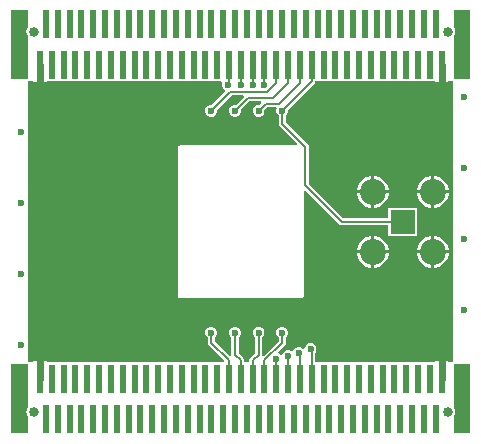
<source format=gbl>
G04*
G04 #@! TF.GenerationSoftware,Altium Limited,Altium Designer,24.6.1 (21)*
G04*
G04 Layer_Physical_Order=4*
G04 Layer_Color=16711680*
%FSLAX44Y44*%
%MOMM*%
G71*
G04*
G04 #@! TF.SameCoordinates,A60324F7-5EA5-4536-B251-014C174E4282*
G04*
G04*
G04 #@! TF.FilePolarity,Positive*
G04*
G01*
G75*
%ADD11C,0.2000*%
%ADD27C,0.6000*%
%ADD28C,2.2000*%
%ADD29R,2.0000X2.0000*%
%ADD30C,0.8400*%
%ADD31R,0.6100X2.4100*%
%ADD32R,0.8900X5.8500*%
%ADD33C,0.6100*%
G36*
X-194200Y-179250D02*
X-180200D01*
Y-164900D01*
X-180290Y-164780D01*
X-180380Y-164670D01*
X-180460Y-164560D01*
X-180540Y-164440D01*
X-180620Y-164320D01*
X-180690Y-164200D01*
X-180760Y-164080D01*
X-180830Y-163960D01*
X-180890Y-163830D01*
X-180960Y-163710D01*
X-181010Y-163580D01*
X-181070Y-163450D01*
X-181120Y-163320D01*
X-181170Y-163190D01*
X-181220Y-163060D01*
X-181270Y-162930D01*
X-181310Y-162790D01*
X-181350Y-162660D01*
X-181380Y-162520D01*
X-181410Y-162380D01*
X-181440Y-162250D01*
X-181470Y-162110D01*
X-181490Y-161970D01*
X-181510Y-161830D01*
X-181520Y-161690D01*
X-181530Y-161550D01*
X-181540Y-161410D01*
X-181550Y-161270D01*
Y-161130D01*
Y-161100D01*
Y-161000D01*
Y-160870D01*
Y-160730D01*
X-181540Y-160590D01*
X-181530Y-160450D01*
X-181520Y-160310D01*
X-181510Y-160170D01*
X-181490Y-160030D01*
X-181470Y-159890D01*
X-181440Y-159750D01*
X-181410Y-159620D01*
X-181380Y-159480D01*
X-181350Y-159340D01*
X-181310Y-159210D01*
X-181270Y-159070D01*
X-181220Y-158940D01*
X-181170Y-158810D01*
X-181120Y-158680D01*
X-181070Y-158550D01*
X-181010Y-158420D01*
X-180960Y-158290D01*
X-180890Y-158170D01*
X-180830Y-158040D01*
X-180760Y-157920D01*
X-180690Y-157800D01*
X-180620Y-157680D01*
X-180540Y-157560D01*
X-180460Y-157440D01*
X-180380Y-157330D01*
X-180290Y-157220D01*
X-180200Y-157100D01*
Y-120750D01*
X-194200D01*
Y-179250D01*
D02*
G37*
G36*
X-180200Y157100D02*
X-180290Y157220D01*
X-180380Y157330D01*
X-180460Y157440D01*
X-180540Y157560D01*
X-180620Y157680D01*
X-180690Y157800D01*
X-180760Y157920D01*
X-180830Y158040D01*
X-180890Y158170D01*
X-180960Y158290D01*
X-181010Y158420D01*
X-181070Y158550D01*
X-181120Y158680D01*
X-181170Y158810D01*
X-181220Y158940D01*
X-181270Y159070D01*
X-181310Y159210D01*
X-181350Y159340D01*
X-181380Y159480D01*
X-181410Y159620D01*
X-181440Y159750D01*
X-181470Y159890D01*
X-181490Y160030D01*
X-181510Y160170D01*
X-181520Y160310D01*
X-181530Y160450D01*
X-181540Y160590D01*
X-181550Y160730D01*
Y160870D01*
Y161000D01*
Y161130D01*
Y161270D01*
X-181540Y161410D01*
X-181530Y161550D01*
X-181520Y161690D01*
X-181510Y161830D01*
X-181490Y161970D01*
X-181470Y162110D01*
X-181440Y162250D01*
X-181410Y162380D01*
X-181380Y162520D01*
X-181350Y162660D01*
X-181310Y162790D01*
X-181270Y162930D01*
X-181220Y163060D01*
X-181170Y163190D01*
X-181120Y163320D01*
X-181070Y163450D01*
X-181010Y163580D01*
X-180960Y163710D01*
X-180890Y163830D01*
X-180830Y163960D01*
X-180760Y164080D01*
X-180690Y164200D01*
X-180620Y164320D01*
X-180540Y164440D01*
X-180460Y164560D01*
X-180380Y164670D01*
X-180290Y164780D01*
X-180200Y164900D01*
Y179250D01*
X-194200D01*
Y120750D01*
X-180200D01*
Y157100D01*
D02*
G37*
G36*
X179420Y118866D02*
X179903Y118770D01*
Y-118770D01*
X179420Y-118866D01*
X179219Y-119000D01*
X175590D01*
Y-118210D01*
X164410D01*
Y-118750D01*
X63059D01*
Y-111012D01*
X63239Y-110832D01*
X64000Y-108995D01*
Y-107006D01*
X63239Y-105168D01*
X61832Y-103761D01*
X59995Y-103000D01*
X58005D01*
X56168Y-103761D01*
X54761Y-105168D01*
X54000Y-107006D01*
Y-107133D01*
X52730Y-107659D01*
X51832Y-106761D01*
X49995Y-106000D01*
X48005D01*
X46168Y-106761D01*
X44761Y-108168D01*
X44256Y-109388D01*
X42833Y-109761D01*
X42831Y-109761D01*
X40995Y-109000D01*
X39005D01*
X37168Y-109761D01*
X35761Y-111168D01*
X35221Y-112472D01*
X33827Y-112756D01*
X32832Y-111761D01*
X32145Y-111477D01*
X31847Y-109979D01*
X37163Y-104663D01*
X37163Y-104663D01*
X37826Y-103671D01*
X38059Y-102500D01*
Y-98012D01*
X39239Y-96832D01*
X40000Y-94995D01*
Y-93005D01*
X39239Y-91168D01*
X37832Y-89761D01*
X35995Y-89000D01*
X34005D01*
X32168Y-89761D01*
X30761Y-91168D01*
X30000Y-93005D01*
Y-94995D01*
X30761Y-96832D01*
X31941Y-98012D01*
Y-101233D01*
X19371Y-113804D01*
X19102Y-113764D01*
X18059Y-112500D01*
X18059Y-112500D01*
Y-98012D01*
X19239Y-96832D01*
X20000Y-94995D01*
Y-93005D01*
X19239Y-91168D01*
X17832Y-89761D01*
X15995Y-89000D01*
X14005D01*
X12168Y-89761D01*
X10761Y-91168D01*
X10000Y-93005D01*
Y-94995D01*
X10761Y-96832D01*
X11941Y-98012D01*
Y-111233D01*
X7837Y-115337D01*
X7174Y-116329D01*
X6941Y-117500D01*
X6941Y-117500D01*
Y-118750D01*
X3059D01*
Y-117500D01*
X3059Y-117500D01*
X2826Y-116329D01*
X2163Y-115337D01*
X-1941Y-111233D01*
Y-98012D01*
X-761Y-96832D01*
X0Y-94995D01*
Y-93005D01*
X-761Y-91168D01*
X-2168Y-89761D01*
X-4005Y-89000D01*
X-5995D01*
X-7832Y-89761D01*
X-9239Y-91168D01*
X-10000Y-93005D01*
Y-94995D01*
X-9239Y-96832D01*
X-8059Y-98012D01*
Y-112500D01*
X-8059Y-112500D01*
X-9102Y-113764D01*
X-9370Y-113804D01*
X-21941Y-101233D01*
Y-98012D01*
X-20761Y-96832D01*
X-20000Y-94995D01*
Y-93005D01*
X-20761Y-91168D01*
X-22168Y-89761D01*
X-24005Y-89000D01*
X-25995D01*
X-27832Y-89761D01*
X-29239Y-91168D01*
X-30000Y-93005D01*
Y-94995D01*
X-29239Y-96832D01*
X-28059Y-98012D01*
Y-102500D01*
X-28059Y-102500D01*
X-27826Y-103671D01*
X-27163Y-104663D01*
X-14249Y-117577D01*
X-14735Y-118750D01*
X-164410D01*
Y-118210D01*
X-175590D01*
Y-119000D01*
X-179219D01*
X-179420Y-118866D01*
X-179903Y-118770D01*
Y118770D01*
X-179420Y118866D01*
X-179219Y119000D01*
X-175590D01*
Y118210D01*
X-164410D01*
Y118750D01*
X-16416D01*
X-15710Y117694D01*
X-16000Y116995D01*
Y115005D01*
X-15239Y113168D01*
X-13832Y111761D01*
X-13285Y111534D01*
X-13037Y110289D01*
X-24326Y99000D01*
X-25995D01*
X-27832Y98239D01*
X-29239Y96832D01*
X-30000Y94995D01*
Y93005D01*
X-29239Y91168D01*
X-27832Y89761D01*
X-25995Y89000D01*
X-24005D01*
X-22168Y89761D01*
X-20761Y91168D01*
X-20000Y93005D01*
Y94674D01*
X-7733Y106941D01*
X1956D01*
X2442Y105768D01*
X-4326Y99000D01*
X-5995D01*
X-7832Y98239D01*
X-9239Y96832D01*
X-10000Y94995D01*
Y93005D01*
X-9239Y91168D01*
X-7832Y89761D01*
X-5995Y89000D01*
X-4005D01*
X-2168Y89761D01*
X-761Y91168D01*
X0Y93005D01*
Y94674D01*
X7267Y101941D01*
X16956D01*
X17442Y100768D01*
X15674Y99000D01*
X14005D01*
X12168Y98239D01*
X10761Y96832D01*
X10000Y94995D01*
Y93005D01*
X10761Y91168D01*
X12168Y89761D01*
X14005Y89000D01*
X15995D01*
X17832Y89761D01*
X19239Y91168D01*
X20000Y93005D01*
Y94674D01*
X22267Y96941D01*
X29432D01*
X30280Y95671D01*
X30000Y94995D01*
Y93005D01*
X30761Y91168D01*
X31941Y89988D01*
Y83006D01*
X31941Y83006D01*
X32174Y81836D01*
X32837Y80843D01*
X47917Y65763D01*
X47431Y64590D01*
X-51000D01*
X-51991Y64393D01*
X-52831Y63831D01*
X-53393Y62991D01*
X-53590Y62000D01*
Y-62000D01*
X-53393Y-62991D01*
X-52831Y-63831D01*
X-51991Y-64393D01*
X-51000Y-64590D01*
X51000D01*
X51991Y-64393D01*
X52831Y-63831D01*
X53393Y-62991D01*
X53590Y-62000D01*
Y25687D01*
X54763Y26173D01*
X83099Y-2163D01*
X84091Y-2826D01*
X85262Y-3059D01*
X85262Y-3059D01*
X125000D01*
Y-12000D01*
X149000D01*
Y12000D01*
X125000D01*
Y3059D01*
X86529D01*
X57599Y31989D01*
Y63466D01*
X57599Y63466D01*
X57366Y64637D01*
X56703Y65629D01*
X56703Y65629D01*
X38059Y84273D01*
Y89988D01*
X39239Y91168D01*
X40000Y93005D01*
Y94674D01*
X62084Y116759D01*
X62748Y117751D01*
X62946Y118750D01*
X164410D01*
Y118210D01*
X175590D01*
Y119000D01*
X179219D01*
X179420Y118866D01*
D02*
G37*
G36*
X194200Y179250D02*
X180200D01*
Y164900D01*
X180290Y164780D01*
X180380Y164670D01*
X180460Y164560D01*
X180540Y164440D01*
X180620Y164320D01*
X180690Y164200D01*
X180760Y164080D01*
X180830Y163960D01*
X180890Y163830D01*
X180960Y163710D01*
X181010Y163580D01*
X181070Y163450D01*
X181120Y163320D01*
X181170Y163190D01*
X181220Y163060D01*
X181270Y162930D01*
X181310Y162790D01*
X181350Y162660D01*
X181380Y162520D01*
X181410Y162380D01*
X181440Y162250D01*
X181470Y162110D01*
X181490Y161970D01*
X181510Y161830D01*
X181520Y161690D01*
X181530Y161550D01*
X181540Y161410D01*
X181550Y161270D01*
Y161130D01*
Y161100D01*
Y161000D01*
Y160870D01*
Y160730D01*
X181540Y160590D01*
X181530Y160450D01*
X181520Y160310D01*
X181510Y160170D01*
X181490Y160030D01*
X181470Y159890D01*
X181440Y159750D01*
X181410Y159620D01*
X181380Y159480D01*
X181350Y159340D01*
X181310Y159210D01*
X181270Y159070D01*
X181220Y158940D01*
X181170Y158810D01*
X181120Y158680D01*
X181070Y158550D01*
X181010Y158420D01*
X180960Y158290D01*
X180890Y158170D01*
X180830Y158040D01*
X180760Y157920D01*
X180690Y157800D01*
X180620Y157680D01*
X180540Y157560D01*
X180460Y157440D01*
X180380Y157330D01*
X180290Y157220D01*
X180200Y157100D01*
Y120750D01*
X194200D01*
Y179250D01*
D02*
G37*
G36*
X180200Y-157100D02*
X180290Y-157220D01*
X180380Y-157330D01*
X180460Y-157440D01*
X180540Y-157560D01*
X180620Y-157680D01*
X180690Y-157800D01*
X180760Y-157920D01*
X180830Y-158040D01*
X180890Y-158170D01*
X180960Y-158290D01*
X181010Y-158420D01*
X181070Y-158550D01*
X181120Y-158680D01*
X181170Y-158810D01*
X181220Y-158940D01*
X181270Y-159070D01*
X181310Y-159210D01*
X181350Y-159340D01*
X181380Y-159480D01*
X181410Y-159620D01*
X181440Y-159750D01*
X181470Y-159890D01*
X181490Y-160030D01*
X181510Y-160170D01*
X181520Y-160310D01*
X181530Y-160450D01*
X181540Y-160590D01*
X181550Y-160730D01*
Y-160870D01*
Y-161000D01*
Y-161130D01*
Y-161270D01*
X181540Y-161410D01*
X181530Y-161550D01*
X181520Y-161690D01*
X181510Y-161830D01*
X181490Y-161970D01*
X181470Y-162110D01*
X181440Y-162250D01*
X181410Y-162380D01*
X181380Y-162520D01*
X181350Y-162660D01*
X181310Y-162790D01*
X181270Y-162930D01*
X181220Y-163060D01*
X181170Y-163190D01*
X181120Y-163320D01*
X181070Y-163450D01*
X181010Y-163580D01*
X180960Y-163710D01*
X180890Y-163830D01*
X180830Y-163960D01*
X180760Y-164080D01*
X180690Y-164200D01*
X180620Y-164320D01*
X180540Y-164440D01*
X180460Y-164560D01*
X180380Y-164670D01*
X180290Y-164780D01*
X180200Y-164900D01*
Y-179250D01*
X194200D01*
Y-120750D01*
X180200D01*
Y-157100D01*
D02*
G37*
%LPC*%
G36*
X164183Y38940D02*
X163670D01*
Y26670D01*
X175940D01*
Y27183D01*
X175017Y30626D01*
X173235Y33714D01*
X170714Y36235D01*
X167626Y38017D01*
X164183Y38940D01*
D02*
G37*
G36*
X161130D02*
X160617D01*
X157174Y38017D01*
X154086Y36235D01*
X151565Y33714D01*
X149783Y30626D01*
X148860Y27183D01*
Y26670D01*
X161130D01*
Y38940D01*
D02*
G37*
G36*
X113383D02*
X112870D01*
Y26670D01*
X125140D01*
Y27183D01*
X124217Y30626D01*
X122435Y33714D01*
X119914Y36235D01*
X116826Y38017D01*
X113383Y38940D01*
D02*
G37*
G36*
X110330D02*
X109817D01*
X106374Y38017D01*
X103286Y36235D01*
X100765Y33714D01*
X98983Y30626D01*
X98060Y27183D01*
Y26670D01*
X110330D01*
Y38940D01*
D02*
G37*
G36*
X175940Y24130D02*
X163670D01*
Y11860D01*
X164183D01*
X167626Y12783D01*
X170714Y14565D01*
X173235Y17086D01*
X175017Y20174D01*
X175940Y23617D01*
Y24130D01*
D02*
G37*
G36*
X161130D02*
X148860D01*
Y23617D01*
X149783Y20174D01*
X151565Y17086D01*
X154086Y14565D01*
X157174Y12783D01*
X160617Y11860D01*
X161130D01*
Y24130D01*
D02*
G37*
G36*
X125140D02*
X112870D01*
Y11860D01*
X113383D01*
X116826Y12783D01*
X119914Y14565D01*
X122435Y17086D01*
X124217Y20174D01*
X125140Y23617D01*
Y24130D01*
D02*
G37*
G36*
X110330D02*
X98060D01*
Y23617D01*
X98983Y20174D01*
X100765Y17086D01*
X103286Y14565D01*
X106374Y12783D01*
X109817Y11860D01*
X110330D01*
Y24130D01*
D02*
G37*
G36*
X164183Y-11860D02*
X163670D01*
Y-24130D01*
X175940D01*
Y-23617D01*
X175017Y-20174D01*
X173235Y-17086D01*
X170714Y-14565D01*
X167626Y-12783D01*
X164183Y-11860D01*
D02*
G37*
G36*
X161130D02*
X160617D01*
X157174Y-12783D01*
X154086Y-14565D01*
X151565Y-17086D01*
X149783Y-20174D01*
X148860Y-23617D01*
Y-24130D01*
X161130D01*
Y-11860D01*
D02*
G37*
G36*
X113383D02*
X112870D01*
Y-24130D01*
X125140D01*
Y-23617D01*
X124217Y-20174D01*
X122435Y-17086D01*
X119914Y-14565D01*
X116826Y-12783D01*
X113383Y-11860D01*
D02*
G37*
G36*
X110330D02*
X109817D01*
X106374Y-12783D01*
X103286Y-14565D01*
X100765Y-17086D01*
X98983Y-20174D01*
X98060Y-23617D01*
Y-24130D01*
X110330D01*
Y-11860D01*
D02*
G37*
G36*
X175940Y-26670D02*
X163670D01*
Y-38940D01*
X164183D01*
X167626Y-38017D01*
X170714Y-36235D01*
X173235Y-33714D01*
X175017Y-30626D01*
X175940Y-27183D01*
Y-26670D01*
D02*
G37*
G36*
X161130D02*
X148860D01*
Y-27183D01*
X149783Y-30626D01*
X151565Y-33714D01*
X154086Y-36235D01*
X157174Y-38017D01*
X160617Y-38940D01*
X161130D01*
Y-26670D01*
D02*
G37*
G36*
X125140D02*
X112870D01*
Y-38940D01*
X113383D01*
X116826Y-38017D01*
X119914Y-36235D01*
X122435Y-33714D01*
X124217Y-30626D01*
X125140Y-27183D01*
Y-26670D01*
D02*
G37*
G36*
X110330D02*
X98060D01*
Y-27183D01*
X98983Y-30626D01*
X100765Y-33714D01*
X103286Y-36235D01*
X106374Y-38017D01*
X109817Y-38940D01*
X110330D01*
Y-26670D01*
D02*
G37*
%LPD*%
D11*
X59000Y-108812D02*
X60000Y-109812D01*
X59000Y-108812D02*
Y-108000D01*
X60000Y-132800D02*
Y-109812D01*
X49000Y-111812D02*
Y-111000D01*
X50000Y-132800D02*
Y-112812D01*
X49000Y-111812D02*
X50000Y-112812D01*
X40000Y-132800D02*
Y-114000D01*
X30000Y-132800D02*
Y-116000D01*
X-25000Y-102500D02*
Y-94000D01*
X-5000Y-112500D02*
Y-94000D01*
X15000Y-112500D02*
Y-94000D01*
X35000Y-102500D02*
Y-94000D01*
X-10000Y117812D02*
Y132800D01*
X-11000Y116812D02*
X-10000Y117812D01*
X-11000Y116000D02*
Y116812D01*
X0Y116000D02*
Y132800D01*
X10000Y116000D02*
Y132800D01*
X20000Y116000D02*
Y132800D01*
X-9000Y110000D02*
X22500D01*
X-25000Y94000D02*
X-9000Y110000D01*
X6000Y105000D02*
X27500D01*
X-5000Y94000D02*
X6000Y105000D01*
X59922Y132722D02*
X60000Y132800D01*
X59922Y118922D02*
Y132722D01*
X35000Y94000D02*
X59922Y118922D01*
X15000Y94000D02*
X21000Y100000D01*
X32500D01*
X35000Y83006D02*
X54540Y63466D01*
Y30722D02*
X85262Y0D01*
X137000D01*
X54540Y30722D02*
Y63466D01*
X35000Y83006D02*
Y94000D01*
X30000Y117500D02*
Y132800D01*
X22500Y110000D02*
X30000Y117500D01*
X40000D02*
Y132800D01*
X27500Y105000D02*
X40000Y117500D01*
X50000D02*
Y132800D01*
X32500Y100000D02*
X50000Y117500D01*
X20000Y-117500D02*
X35000Y-102500D01*
X20000Y-132800D02*
Y-117500D01*
X10000D02*
X15000Y-112500D01*
X10000Y-132800D02*
Y-117500D01*
X-5000Y-112500D02*
X0Y-117500D01*
Y-132800D02*
Y-117500D01*
X-25000Y-102500D02*
X-10000Y-117500D01*
Y-132800D02*
Y-117500D01*
D27*
X189143Y105541D02*
D03*
X174143Y75542D02*
D03*
X189143Y45542D02*
D03*
Y-14459D02*
D03*
X174143Y-44458D02*
D03*
X189143Y-74458D02*
D03*
X159143Y105541D02*
D03*
X144143Y75542D02*
D03*
X159143Y45542D02*
D03*
X144143Y15541D02*
D03*
Y-44458D02*
D03*
X159143Y-74458D02*
D03*
X129143Y105541D02*
D03*
X114143Y75542D02*
D03*
X129143Y45542D02*
D03*
X114143Y-44458D02*
D03*
Y-104458D02*
D03*
X99143Y105541D02*
D03*
X84143Y75542D02*
D03*
X99143Y45542D02*
D03*
X84143Y15541D02*
D03*
X99143Y-14459D02*
D03*
X84143Y-44458D02*
D03*
X99143Y-74458D02*
D03*
X84143Y-104458D02*
D03*
X69143Y105541D02*
D03*
X54143Y75542D02*
D03*
X69143Y45542D02*
D03*
Y-14459D02*
D03*
Y-74458D02*
D03*
X-50857Y105541D02*
D03*
X-65857Y75542D02*
D03*
Y15541D02*
D03*
X-50857Y-74458D02*
D03*
X-65857Y-104458D02*
D03*
X-80857Y105541D02*
D03*
X-95857Y75542D02*
D03*
X-80857Y45542D02*
D03*
X-95857Y15541D02*
D03*
X-80857Y-14459D02*
D03*
X-95857Y-44458D02*
D03*
X-80857Y-74458D02*
D03*
X-95857Y-104458D02*
D03*
X-110857Y105541D02*
D03*
X-125857Y75542D02*
D03*
X-110857Y45542D02*
D03*
X-125857Y15541D02*
D03*
X-110857Y-14459D02*
D03*
X-125857Y-44458D02*
D03*
X-110857Y-74458D02*
D03*
X-125857Y-104458D02*
D03*
X-140857Y105541D02*
D03*
X-155857Y75542D02*
D03*
X-140857Y45542D02*
D03*
X-155857Y15541D02*
D03*
X-140857Y-14459D02*
D03*
X-155857Y-44458D02*
D03*
X-140857Y-74458D02*
D03*
X-155857Y-104458D02*
D03*
X-185857Y75542D02*
D03*
X-170857Y45542D02*
D03*
X-185857Y15541D02*
D03*
X-170857Y-14459D02*
D03*
X-185857Y-44458D02*
D03*
X-170857Y-74458D02*
D03*
X-185857Y-104458D02*
D03*
X59000Y-108000D02*
D03*
X49000Y-111000D02*
D03*
X40000Y-114000D02*
D03*
X30000Y-116000D02*
D03*
X-25000Y-94000D02*
D03*
X-5000D02*
D03*
X15000D02*
D03*
X35000D02*
D03*
X-61000Y31000D02*
D03*
Y67000D02*
D03*
Y-32000D02*
D03*
Y-68000D02*
D03*
X61000Y-67000D02*
D03*
Y-32000D02*
D03*
X63000Y67000D02*
D03*
X62000Y32000D02*
D03*
X-11000Y116000D02*
D03*
X0D02*
D03*
X10000D02*
D03*
X20000D02*
D03*
X-25000Y94000D02*
D03*
X-5000D02*
D03*
X15000D02*
D03*
X35000D02*
D03*
X170000Y105000D02*
D03*
X-170000D02*
D03*
X170000Y-105000D02*
D03*
X-170000D02*
D03*
D28*
X162400Y-25400D02*
D03*
X111600D02*
D03*
Y25400D02*
D03*
X162400D02*
D03*
D29*
X137000Y0D02*
D03*
D30*
X175260Y-161000D02*
D03*
X-175260D02*
D03*
Y161000D02*
D03*
X175260D02*
D03*
D31*
X170000Y-132800D02*
D03*
X165000Y-167200D02*
D03*
X160000Y-132800D02*
D03*
X155000Y-167200D02*
D03*
X150000Y-132800D02*
D03*
X145000Y-167200D02*
D03*
X140000Y-132800D02*
D03*
X135000Y-167200D02*
D03*
X130000Y-132800D02*
D03*
X125000Y-167200D02*
D03*
X120000Y-132800D02*
D03*
X115000Y-167200D02*
D03*
X110000Y-132800D02*
D03*
X105000Y-167200D02*
D03*
X100000Y-132800D02*
D03*
X95000Y-167200D02*
D03*
X90000Y-132800D02*
D03*
X85000Y-167200D02*
D03*
X80000Y-132800D02*
D03*
X75000Y-167200D02*
D03*
X70000Y-132800D02*
D03*
X65000Y-167200D02*
D03*
X60000Y-132800D02*
D03*
X55000Y-167200D02*
D03*
X50000Y-132800D02*
D03*
X45000Y-167200D02*
D03*
X40000Y-132800D02*
D03*
X35000Y-167200D02*
D03*
X30000Y-132800D02*
D03*
X25000Y-167200D02*
D03*
X20000Y-132800D02*
D03*
X15000Y-167200D02*
D03*
X10000Y-132800D02*
D03*
X5000Y-167200D02*
D03*
X0Y-132800D02*
D03*
X-5000Y-167200D02*
D03*
X-10000Y-132800D02*
D03*
X-15000Y-167200D02*
D03*
X-20000Y-132800D02*
D03*
X-25000Y-167200D02*
D03*
X-30000Y-132800D02*
D03*
X-35000Y-167200D02*
D03*
X-40000Y-132800D02*
D03*
X-45000Y-167200D02*
D03*
X-50000Y-132800D02*
D03*
X-55000Y-167200D02*
D03*
X-60000Y-132800D02*
D03*
X-65000Y-167200D02*
D03*
X-70000Y-132800D02*
D03*
X-75000Y-167200D02*
D03*
X-80000Y-132800D02*
D03*
X-85000Y-167200D02*
D03*
X-90000Y-132800D02*
D03*
X-95000Y-167200D02*
D03*
X-100000Y-132800D02*
D03*
X-105000Y-167200D02*
D03*
X-110000Y-132800D02*
D03*
X-115000Y-167200D02*
D03*
X-120000Y-132800D02*
D03*
X-125000Y-167200D02*
D03*
X-130000Y-132800D02*
D03*
X-135000Y-167200D02*
D03*
X-140000Y-132800D02*
D03*
X-145000Y-167200D02*
D03*
X-150000Y-132800D02*
D03*
X-155000Y-167200D02*
D03*
X-160000Y-132800D02*
D03*
X-165000Y-167200D02*
D03*
X-170000Y-132800D02*
D03*
Y132800D02*
D03*
X-165000Y167200D02*
D03*
X-160000Y132800D02*
D03*
X-155000Y167200D02*
D03*
X-150000Y132800D02*
D03*
X-145000Y167200D02*
D03*
X-140000Y132800D02*
D03*
X-135000Y167200D02*
D03*
X-130000Y132800D02*
D03*
X-125000Y167200D02*
D03*
X-120000Y132800D02*
D03*
X-115000Y167200D02*
D03*
X-110000Y132800D02*
D03*
X-105000Y167200D02*
D03*
X-100000Y132800D02*
D03*
X-95000Y167200D02*
D03*
X-90000Y132800D02*
D03*
X-85000Y167200D02*
D03*
X-80000Y132800D02*
D03*
X-75000Y167200D02*
D03*
X-70000Y132800D02*
D03*
X-65000Y167200D02*
D03*
X-60000Y132800D02*
D03*
X-55000Y167200D02*
D03*
X-50000Y132800D02*
D03*
X-45000Y167200D02*
D03*
X-40000Y132800D02*
D03*
X-35000Y167200D02*
D03*
X-30000Y132800D02*
D03*
X-25000Y167200D02*
D03*
X-20000Y132800D02*
D03*
X-15000Y167200D02*
D03*
X-10000Y132800D02*
D03*
X-5000Y167200D02*
D03*
X0Y132800D02*
D03*
X5000Y167200D02*
D03*
X10000Y132800D02*
D03*
X15000Y167200D02*
D03*
X20000Y132800D02*
D03*
X25000Y167200D02*
D03*
X30000Y132800D02*
D03*
X35000Y167200D02*
D03*
X40000Y132800D02*
D03*
X45000Y167200D02*
D03*
X50000Y132800D02*
D03*
X55000Y167200D02*
D03*
X60000Y132800D02*
D03*
X65000Y167200D02*
D03*
X70000Y132800D02*
D03*
X75000Y167200D02*
D03*
X80000Y132800D02*
D03*
X85000Y167200D02*
D03*
X90000Y132800D02*
D03*
X95000Y167200D02*
D03*
X100000Y132800D02*
D03*
X105000Y167200D02*
D03*
X110000Y132800D02*
D03*
X115000Y167200D02*
D03*
X120000Y132800D02*
D03*
X125000Y167200D02*
D03*
X130000Y132800D02*
D03*
X135000Y167200D02*
D03*
X140000Y132800D02*
D03*
X145000Y167200D02*
D03*
X150000Y132800D02*
D03*
X155000Y167200D02*
D03*
X160000Y132800D02*
D03*
X165000Y167200D02*
D03*
X170000Y132800D02*
D03*
D32*
X189750Y-150000D02*
D03*
X-189750D02*
D03*
Y150000D02*
D03*
X189750D02*
D03*
D33*
X170000Y105000D02*
Y132800D01*
X-170000Y105000D02*
Y132800D01*
X170000Y-132800D02*
Y-105000D01*
X-170000Y-132800D02*
Y-105000D01*
M02*

</source>
